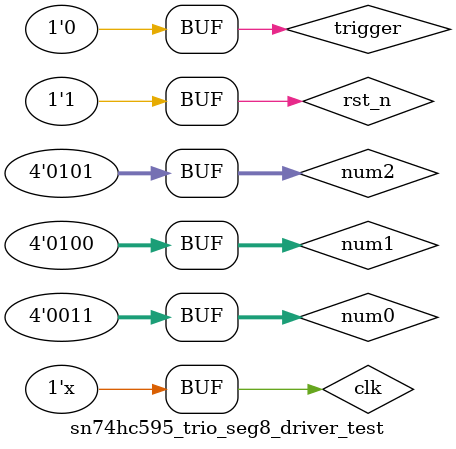
<source format=v>
`timescale 1ns/1ns

module sn74hc595_trio_seg8_driver_test;

    reg clk;
    reg rst_n;
    reg trigger;
    reg [3:0] num0;
    reg [3:0] num1;
    reg [3:0] num2;
    wire clk_serial;
    wire data;
    wire load;

    initial begin
        clk = 1'b0;
        rst_n = 1'b1;
        trigger = 1'b0;
        num0 = 4'd3;
        num1 = 4'd4;
        num2 = 4'd5;
        #1 rst_n = 0;
        #1 rst_n = 1;
        #1 trigger = 1;
        #100 trigger = 0;
    end

    always
        #10 clk = ~clk;

    sn74hc595_trio_seg8_driver u_test(
        .clk(clk),
        .rst_n(rst_n),
        .trigger(trigger),
        .num0(num0),
        .num1(num1),
        .num2(num2),
        .clk_serial(clk_serial),
        .data(data),
        .load(load)
    );

endmodule
</source>
